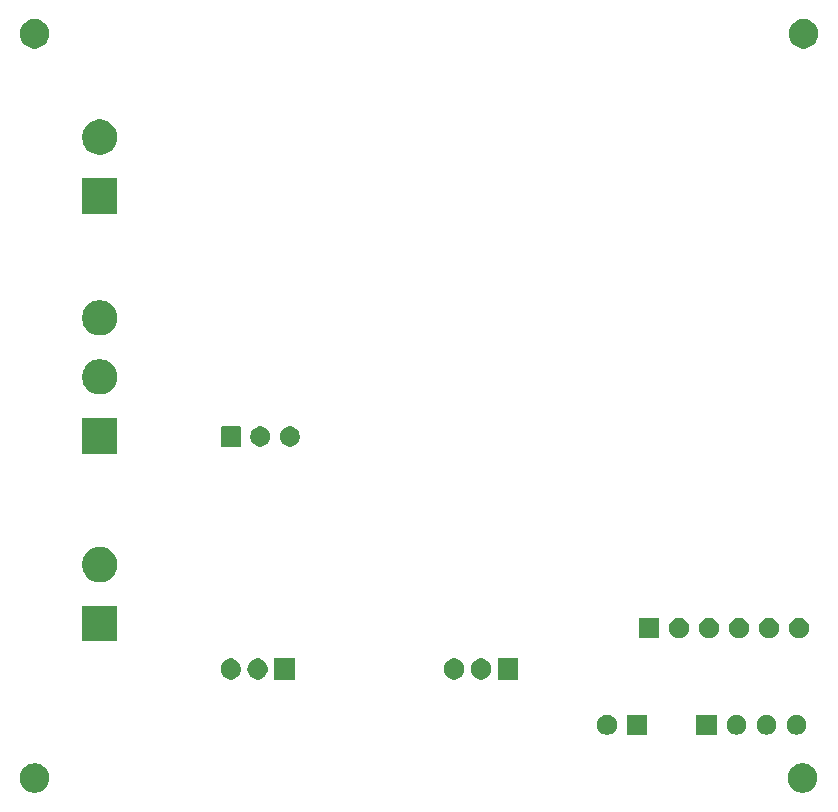
<source format=gbr>
%TF.GenerationSoftware,KiCad,Pcbnew,9.0.3*%
%TF.CreationDate,2025-07-27T16:10:42+12:00*%
%TF.ProjectId,ES-Speed-Box-Controller,45532d53-7065-4656-942d-426f782d436f,rev?*%
%TF.SameCoordinates,Original*%
%TF.FileFunction,Soldermask,Bot*%
%TF.FilePolarity,Negative*%
%FSLAX46Y46*%
G04 Gerber Fmt 4.6, Leading zero omitted, Abs format (unit mm)*
G04 Created by KiCad (PCBNEW 9.0.3) date 2025-07-27 16:10:42*
%MOMM*%
%LPD*%
G01*
G04 APERTURE LIST*
G04 APERTURE END LIST*
G36*
X62791807Y-94284538D02*
G01*
X62978354Y-94345151D01*
X63153123Y-94434200D01*
X63311810Y-94549493D01*
X63450507Y-94688190D01*
X63565800Y-94846877D01*
X63654849Y-95021646D01*
X63715462Y-95208193D01*
X63746147Y-95401926D01*
X63746147Y-95598074D01*
X63715462Y-95791807D01*
X63654849Y-95978354D01*
X63565800Y-96153123D01*
X63450507Y-96311810D01*
X63311810Y-96450507D01*
X63153123Y-96565800D01*
X62978354Y-96654849D01*
X62791807Y-96715462D01*
X62598074Y-96746147D01*
X62401926Y-96746147D01*
X62208193Y-96715462D01*
X62021646Y-96654849D01*
X61846877Y-96565800D01*
X61688190Y-96450507D01*
X61549493Y-96311810D01*
X61434200Y-96153123D01*
X61345151Y-95978354D01*
X61284538Y-95791807D01*
X61253853Y-95598074D01*
X61253853Y-95401926D01*
X61284538Y-95208193D01*
X61345151Y-95021646D01*
X61434200Y-94846877D01*
X61549493Y-94688190D01*
X61688190Y-94549493D01*
X61846877Y-94434200D01*
X62021646Y-94345151D01*
X62208193Y-94284538D01*
X62401926Y-94253853D01*
X62598074Y-94253853D01*
X62791807Y-94284538D01*
G37*
G36*
X127791807Y-94284538D02*
G01*
X127978354Y-94345151D01*
X128153123Y-94434200D01*
X128311810Y-94549493D01*
X128450507Y-94688190D01*
X128565800Y-94846877D01*
X128654849Y-95021646D01*
X128715462Y-95208193D01*
X128746147Y-95401926D01*
X128746147Y-95598074D01*
X128715462Y-95791807D01*
X128654849Y-95978354D01*
X128565800Y-96153123D01*
X128450507Y-96311810D01*
X128311810Y-96450507D01*
X128153123Y-96565800D01*
X127978354Y-96654849D01*
X127791807Y-96715462D01*
X127598074Y-96746147D01*
X127401926Y-96746147D01*
X127208193Y-96715462D01*
X127021646Y-96654849D01*
X126846877Y-96565800D01*
X126688190Y-96450507D01*
X126549493Y-96311810D01*
X126434200Y-96153123D01*
X126345151Y-95978354D01*
X126284538Y-95791807D01*
X126253853Y-95598074D01*
X126253853Y-95401926D01*
X126284538Y-95208193D01*
X126345151Y-95021646D01*
X126434200Y-94846877D01*
X126549493Y-94688190D01*
X126688190Y-94549493D01*
X126846877Y-94434200D01*
X127021646Y-94345151D01*
X127208193Y-94284538D01*
X127401926Y-94253853D01*
X127598074Y-94253853D01*
X127791807Y-94284538D01*
G37*
G36*
X114350000Y-91850000D02*
G01*
X112650000Y-91850000D01*
X112650000Y-90150000D01*
X114350000Y-90150000D01*
X114350000Y-91850000D01*
G37*
G36*
X120230000Y-91850000D02*
G01*
X118530000Y-91850000D01*
X118530000Y-90150000D01*
X120230000Y-90150000D01*
X120230000Y-91850000D01*
G37*
G36*
X111206742Y-90186601D02*
G01*
X111360687Y-90250367D01*
X111499234Y-90342941D01*
X111617059Y-90460766D01*
X111709633Y-90599313D01*
X111773399Y-90753258D01*
X111805907Y-90916685D01*
X111805907Y-91083315D01*
X111773399Y-91246742D01*
X111709633Y-91400687D01*
X111617059Y-91539234D01*
X111499234Y-91657059D01*
X111360687Y-91749633D01*
X111206742Y-91813399D01*
X111043315Y-91845907D01*
X110876685Y-91845907D01*
X110713258Y-91813399D01*
X110559313Y-91749633D01*
X110420766Y-91657059D01*
X110302941Y-91539234D01*
X110210367Y-91400687D01*
X110146601Y-91246742D01*
X110114093Y-91083315D01*
X110114093Y-90916685D01*
X110146601Y-90753258D01*
X110210367Y-90599313D01*
X110302941Y-90460766D01*
X110420766Y-90342941D01*
X110559313Y-90250367D01*
X110713258Y-90186601D01*
X110876685Y-90154093D01*
X111043315Y-90154093D01*
X111206742Y-90186601D01*
G37*
G36*
X122166742Y-90186601D02*
G01*
X122320687Y-90250367D01*
X122459234Y-90342941D01*
X122577059Y-90460766D01*
X122669633Y-90599313D01*
X122733399Y-90753258D01*
X122765907Y-90916685D01*
X122765907Y-91083315D01*
X122733399Y-91246742D01*
X122669633Y-91400687D01*
X122577059Y-91539234D01*
X122459234Y-91657059D01*
X122320687Y-91749633D01*
X122166742Y-91813399D01*
X122003315Y-91845907D01*
X121836685Y-91845907D01*
X121673258Y-91813399D01*
X121519313Y-91749633D01*
X121380766Y-91657059D01*
X121262941Y-91539234D01*
X121170367Y-91400687D01*
X121106601Y-91246742D01*
X121074093Y-91083315D01*
X121074093Y-90916685D01*
X121106601Y-90753258D01*
X121170367Y-90599313D01*
X121262941Y-90460766D01*
X121380766Y-90342941D01*
X121519313Y-90250367D01*
X121673258Y-90186601D01*
X121836685Y-90154093D01*
X122003315Y-90154093D01*
X122166742Y-90186601D01*
G37*
G36*
X124706741Y-90186601D02*
G01*
X124860686Y-90250367D01*
X124999233Y-90342941D01*
X125117058Y-90460766D01*
X125209632Y-90599313D01*
X125273398Y-90753258D01*
X125305906Y-90916685D01*
X125305906Y-91083315D01*
X125273398Y-91246742D01*
X125209632Y-91400687D01*
X125117058Y-91539234D01*
X124999233Y-91657059D01*
X124860686Y-91749633D01*
X124706741Y-91813399D01*
X124543314Y-91845907D01*
X124376684Y-91845907D01*
X124213257Y-91813399D01*
X124059312Y-91749633D01*
X123920765Y-91657059D01*
X123802940Y-91539234D01*
X123710366Y-91400687D01*
X123646600Y-91246742D01*
X123614092Y-91083315D01*
X123614092Y-90916685D01*
X123646600Y-90753258D01*
X123710366Y-90599313D01*
X123802940Y-90460766D01*
X123920765Y-90342941D01*
X124059312Y-90250367D01*
X124213257Y-90186601D01*
X124376684Y-90154093D01*
X124543314Y-90154093D01*
X124706741Y-90186601D01*
G37*
G36*
X127246742Y-90186601D02*
G01*
X127400687Y-90250367D01*
X127539234Y-90342941D01*
X127657059Y-90460766D01*
X127749633Y-90599313D01*
X127813399Y-90753258D01*
X127845907Y-90916685D01*
X127845907Y-91083315D01*
X127813399Y-91246742D01*
X127749633Y-91400687D01*
X127657059Y-91539234D01*
X127539234Y-91657059D01*
X127400687Y-91749633D01*
X127246742Y-91813399D01*
X127083315Y-91845907D01*
X126916685Y-91845907D01*
X126753258Y-91813399D01*
X126599313Y-91749633D01*
X126460766Y-91657059D01*
X126342941Y-91539234D01*
X126250367Y-91400687D01*
X126186601Y-91246742D01*
X126154093Y-91083315D01*
X126154093Y-90916685D01*
X126186601Y-90753258D01*
X126250367Y-90599313D01*
X126342941Y-90460766D01*
X126460766Y-90342941D01*
X126599313Y-90250367D01*
X126753258Y-90186601D01*
X126916685Y-90154093D01*
X127083315Y-90154093D01*
X127246742Y-90186601D01*
G37*
G36*
X84507499Y-87175002D02*
G01*
X82797499Y-87175002D01*
X82797499Y-85375002D01*
X84507499Y-85375002D01*
X84507499Y-87175002D01*
G37*
G36*
X103430000Y-87175002D02*
G01*
X101720000Y-87175002D01*
X101720000Y-85375002D01*
X103430000Y-85375002D01*
X103430000Y-87175002D01*
G37*
G36*
X79340692Y-85411818D02*
G01*
X79495543Y-85475959D01*
X79634905Y-85569078D01*
X79753423Y-85687596D01*
X79846542Y-85826958D01*
X79910683Y-85981809D01*
X79943382Y-86146197D01*
X79947499Y-86230002D01*
X79947499Y-86320002D01*
X79943382Y-86403807D01*
X79910683Y-86568195D01*
X79846542Y-86723046D01*
X79753423Y-86862408D01*
X79634905Y-86980926D01*
X79495543Y-87074045D01*
X79340692Y-87138186D01*
X79176304Y-87170885D01*
X79008694Y-87170885D01*
X78844306Y-87138186D01*
X78689455Y-87074045D01*
X78550093Y-86980926D01*
X78431575Y-86862408D01*
X78338456Y-86723046D01*
X78274315Y-86568195D01*
X78241616Y-86403807D01*
X78237499Y-86320002D01*
X78237499Y-86230002D01*
X78241616Y-86146197D01*
X78274315Y-85981809D01*
X78338456Y-85826958D01*
X78431575Y-85687596D01*
X78550093Y-85569078D01*
X78689455Y-85475959D01*
X78844306Y-85411818D01*
X79008694Y-85379119D01*
X79176304Y-85379119D01*
X79340692Y-85411818D01*
G37*
G36*
X81620693Y-85411818D02*
G01*
X81775544Y-85475959D01*
X81914906Y-85569078D01*
X82033424Y-85687596D01*
X82126543Y-85826958D01*
X82190684Y-85981809D01*
X82223383Y-86146197D01*
X82227500Y-86230002D01*
X82227500Y-86320002D01*
X82223383Y-86403807D01*
X82190684Y-86568195D01*
X82126543Y-86723046D01*
X82033424Y-86862408D01*
X81914906Y-86980926D01*
X81775544Y-87074045D01*
X81620693Y-87138186D01*
X81456305Y-87170885D01*
X81288695Y-87170885D01*
X81124307Y-87138186D01*
X80969456Y-87074045D01*
X80830094Y-86980926D01*
X80711576Y-86862408D01*
X80618457Y-86723046D01*
X80554316Y-86568195D01*
X80521617Y-86403807D01*
X80517500Y-86320002D01*
X80517500Y-86230002D01*
X80521617Y-86146197D01*
X80554316Y-85981809D01*
X80618457Y-85826958D01*
X80711576Y-85687596D01*
X80830094Y-85569078D01*
X80969456Y-85475959D01*
X81124307Y-85411818D01*
X81288695Y-85379119D01*
X81456305Y-85379119D01*
X81620693Y-85411818D01*
G37*
G36*
X98263193Y-85411818D02*
G01*
X98418044Y-85475959D01*
X98557406Y-85569078D01*
X98675924Y-85687596D01*
X98769043Y-85826958D01*
X98833184Y-85981809D01*
X98865883Y-86146197D01*
X98870000Y-86230002D01*
X98870000Y-86320002D01*
X98865883Y-86403807D01*
X98833184Y-86568195D01*
X98769043Y-86723046D01*
X98675924Y-86862408D01*
X98557406Y-86980926D01*
X98418044Y-87074045D01*
X98263193Y-87138186D01*
X98098805Y-87170885D01*
X97931195Y-87170885D01*
X97766807Y-87138186D01*
X97611956Y-87074045D01*
X97472594Y-86980926D01*
X97354076Y-86862408D01*
X97260957Y-86723046D01*
X97196816Y-86568195D01*
X97164117Y-86403807D01*
X97160000Y-86320002D01*
X97160000Y-86230002D01*
X97164117Y-86146197D01*
X97196816Y-85981809D01*
X97260957Y-85826958D01*
X97354076Y-85687596D01*
X97472594Y-85569078D01*
X97611956Y-85475959D01*
X97766807Y-85411818D01*
X97931195Y-85379119D01*
X98098805Y-85379119D01*
X98263193Y-85411818D01*
G37*
G36*
X100543194Y-85411818D02*
G01*
X100698045Y-85475959D01*
X100837407Y-85569078D01*
X100955925Y-85687596D01*
X101049044Y-85826958D01*
X101113185Y-85981809D01*
X101145884Y-86146197D01*
X101150001Y-86230002D01*
X101150001Y-86320002D01*
X101145884Y-86403807D01*
X101113185Y-86568195D01*
X101049044Y-86723046D01*
X100955925Y-86862408D01*
X100837407Y-86980926D01*
X100698045Y-87074045D01*
X100543194Y-87138186D01*
X100378806Y-87170885D01*
X100211196Y-87170885D01*
X100046808Y-87138186D01*
X99891957Y-87074045D01*
X99752595Y-86980926D01*
X99634077Y-86862408D01*
X99540958Y-86723046D01*
X99476817Y-86568195D01*
X99444118Y-86403807D01*
X99440001Y-86320002D01*
X99440001Y-86230002D01*
X99444118Y-86146197D01*
X99476817Y-85981809D01*
X99540958Y-85826958D01*
X99634077Y-85687596D01*
X99752595Y-85569078D01*
X99891957Y-85475959D01*
X100046808Y-85411818D01*
X100211196Y-85379119D01*
X100378806Y-85379119D01*
X100543194Y-85411818D01*
G37*
G36*
X69507500Y-83937501D02*
G01*
X66507500Y-83937501D01*
X66507500Y-80937501D01*
X69507500Y-80937501D01*
X69507500Y-83937501D01*
G37*
G36*
X115365000Y-83650000D02*
G01*
X113665000Y-83650000D01*
X113665000Y-81950000D01*
X115365000Y-81950000D01*
X115365000Y-83650000D01*
G37*
G36*
X117301742Y-81986601D02*
G01*
X117455687Y-82050367D01*
X117594234Y-82142941D01*
X117712059Y-82260766D01*
X117804633Y-82399313D01*
X117868399Y-82553258D01*
X117900907Y-82716685D01*
X117900907Y-82883315D01*
X117868399Y-83046742D01*
X117804633Y-83200687D01*
X117712059Y-83339234D01*
X117594234Y-83457059D01*
X117455687Y-83549633D01*
X117301742Y-83613399D01*
X117138315Y-83645907D01*
X116971685Y-83645907D01*
X116808258Y-83613399D01*
X116654313Y-83549633D01*
X116515766Y-83457059D01*
X116397941Y-83339234D01*
X116305367Y-83200687D01*
X116241601Y-83046742D01*
X116209093Y-82883315D01*
X116209093Y-82716685D01*
X116241601Y-82553258D01*
X116305367Y-82399313D01*
X116397941Y-82260766D01*
X116515766Y-82142941D01*
X116654313Y-82050367D01*
X116808258Y-81986601D01*
X116971685Y-81954093D01*
X117138315Y-81954093D01*
X117301742Y-81986601D01*
G37*
G36*
X119841742Y-81986601D02*
G01*
X119995687Y-82050367D01*
X120134234Y-82142941D01*
X120252059Y-82260766D01*
X120344633Y-82399313D01*
X120408399Y-82553258D01*
X120440907Y-82716685D01*
X120440907Y-82883315D01*
X120408399Y-83046742D01*
X120344633Y-83200687D01*
X120252059Y-83339234D01*
X120134234Y-83457059D01*
X119995687Y-83549633D01*
X119841742Y-83613399D01*
X119678315Y-83645907D01*
X119511685Y-83645907D01*
X119348258Y-83613399D01*
X119194313Y-83549633D01*
X119055766Y-83457059D01*
X118937941Y-83339234D01*
X118845367Y-83200687D01*
X118781601Y-83046742D01*
X118749093Y-82883315D01*
X118749093Y-82716685D01*
X118781601Y-82553258D01*
X118845367Y-82399313D01*
X118937941Y-82260766D01*
X119055766Y-82142941D01*
X119194313Y-82050367D01*
X119348258Y-81986601D01*
X119511685Y-81954093D01*
X119678315Y-81954093D01*
X119841742Y-81986601D01*
G37*
G36*
X122381742Y-81986601D02*
G01*
X122535687Y-82050367D01*
X122674234Y-82142941D01*
X122792059Y-82260766D01*
X122884633Y-82399313D01*
X122948399Y-82553258D01*
X122980907Y-82716685D01*
X122980907Y-82883315D01*
X122948399Y-83046742D01*
X122884633Y-83200687D01*
X122792059Y-83339234D01*
X122674234Y-83457059D01*
X122535687Y-83549633D01*
X122381742Y-83613399D01*
X122218315Y-83645907D01*
X122051685Y-83645907D01*
X121888258Y-83613399D01*
X121734313Y-83549633D01*
X121595766Y-83457059D01*
X121477941Y-83339234D01*
X121385367Y-83200687D01*
X121321601Y-83046742D01*
X121289093Y-82883315D01*
X121289093Y-82716685D01*
X121321601Y-82553258D01*
X121385367Y-82399313D01*
X121477941Y-82260766D01*
X121595766Y-82142941D01*
X121734313Y-82050367D01*
X121888258Y-81986601D01*
X122051685Y-81954093D01*
X122218315Y-81954093D01*
X122381742Y-81986601D01*
G37*
G36*
X124921742Y-81986601D02*
G01*
X125075687Y-82050367D01*
X125214234Y-82142941D01*
X125332059Y-82260766D01*
X125424633Y-82399313D01*
X125488399Y-82553258D01*
X125520907Y-82716685D01*
X125520907Y-82883315D01*
X125488399Y-83046742D01*
X125424633Y-83200687D01*
X125332059Y-83339234D01*
X125214234Y-83457059D01*
X125075687Y-83549633D01*
X124921742Y-83613399D01*
X124758315Y-83645907D01*
X124591685Y-83645907D01*
X124428258Y-83613399D01*
X124274313Y-83549633D01*
X124135766Y-83457059D01*
X124017941Y-83339234D01*
X123925367Y-83200687D01*
X123861601Y-83046742D01*
X123829093Y-82883315D01*
X123829093Y-82716685D01*
X123861601Y-82553258D01*
X123925367Y-82399313D01*
X124017941Y-82260766D01*
X124135766Y-82142941D01*
X124274313Y-82050367D01*
X124428258Y-81986601D01*
X124591685Y-81954093D01*
X124758315Y-81954093D01*
X124921742Y-81986601D01*
G37*
G36*
X127461742Y-81986601D02*
G01*
X127615687Y-82050367D01*
X127754234Y-82142941D01*
X127872059Y-82260766D01*
X127964633Y-82399313D01*
X128028399Y-82553258D01*
X128060907Y-82716685D01*
X128060907Y-82883315D01*
X128028399Y-83046742D01*
X127964633Y-83200687D01*
X127872059Y-83339234D01*
X127754234Y-83457059D01*
X127615687Y-83549633D01*
X127461742Y-83613399D01*
X127298315Y-83645907D01*
X127131685Y-83645907D01*
X126968258Y-83613399D01*
X126814313Y-83549633D01*
X126675766Y-83457059D01*
X126557941Y-83339234D01*
X126465367Y-83200687D01*
X126401601Y-83046742D01*
X126369093Y-82883315D01*
X126369093Y-82716685D01*
X126401601Y-82553258D01*
X126465367Y-82399313D01*
X126557941Y-82260766D01*
X126675766Y-82142941D01*
X126814313Y-82050367D01*
X126968258Y-81986601D01*
X127131685Y-81954093D01*
X127298315Y-81954093D01*
X127461742Y-81986601D01*
G37*
G36*
X68357668Y-75978946D02*
G01*
X68581525Y-76051682D01*
X68791248Y-76158541D01*
X68981672Y-76296892D01*
X69148109Y-76463329D01*
X69286460Y-76653753D01*
X69393319Y-76863476D01*
X69466055Y-77087333D01*
X69502876Y-77319812D01*
X69502876Y-77555190D01*
X69466055Y-77787669D01*
X69393319Y-78011526D01*
X69286460Y-78221249D01*
X69148109Y-78411673D01*
X68981672Y-78578110D01*
X68791248Y-78716461D01*
X68581525Y-78823320D01*
X68357668Y-78896056D01*
X68125189Y-78932877D01*
X67889811Y-78932877D01*
X67657332Y-78896056D01*
X67433475Y-78823320D01*
X67223752Y-78716461D01*
X67033328Y-78578110D01*
X66866891Y-78411673D01*
X66728540Y-78221249D01*
X66621681Y-78011526D01*
X66548945Y-77787669D01*
X66512124Y-77555190D01*
X66512124Y-77319812D01*
X66548945Y-77087333D01*
X66621681Y-76863476D01*
X66728540Y-76653753D01*
X66866891Y-76463329D01*
X67033328Y-76296892D01*
X67223752Y-76158541D01*
X67433475Y-76051682D01*
X67657332Y-75978946D01*
X67889811Y-75942125D01*
X68125189Y-75942125D01*
X68357668Y-75978946D01*
G37*
G36*
X69507500Y-68037500D02*
G01*
X66507500Y-68037500D01*
X66507500Y-65037500D01*
X69507500Y-65037500D01*
X69507500Y-68037500D01*
G37*
G36*
X79893034Y-65746057D02*
G01*
X79926125Y-65768168D01*
X79948236Y-65801259D01*
X79956000Y-65840293D01*
X79956000Y-67348293D01*
X79948236Y-67387327D01*
X79926125Y-67420418D01*
X79893034Y-67442529D01*
X79854000Y-67450293D01*
X78346000Y-67450293D01*
X78306966Y-67442529D01*
X78273875Y-67420418D01*
X78251764Y-67387327D01*
X78244000Y-67348293D01*
X78244000Y-65840293D01*
X78251764Y-65801259D01*
X78273875Y-65768168D01*
X78306966Y-65746057D01*
X78346000Y-65738293D01*
X79854000Y-65738293D01*
X79893034Y-65746057D01*
G37*
G36*
X81848484Y-65775152D02*
G01*
X82003516Y-65839368D01*
X82143041Y-65932596D01*
X82261697Y-66051252D01*
X82354925Y-66190777D01*
X82419141Y-66345809D01*
X82451878Y-66510390D01*
X82451878Y-66678196D01*
X82419141Y-66842777D01*
X82354925Y-66997809D01*
X82261697Y-67137334D01*
X82143041Y-67255990D01*
X82003516Y-67349218D01*
X81848484Y-67413434D01*
X81683903Y-67446171D01*
X81516097Y-67446171D01*
X81351516Y-67413434D01*
X81196484Y-67349218D01*
X81056959Y-67255990D01*
X80938303Y-67137334D01*
X80845075Y-66997809D01*
X80780859Y-66842777D01*
X80748122Y-66678196D01*
X80748122Y-66510390D01*
X80780859Y-66345809D01*
X80845075Y-66190777D01*
X80938303Y-66051252D01*
X81056959Y-65932596D01*
X81196484Y-65839368D01*
X81351516Y-65775152D01*
X81516097Y-65742415D01*
X81683903Y-65742415D01*
X81848484Y-65775152D01*
G37*
G36*
X84348484Y-65775152D02*
G01*
X84503516Y-65839368D01*
X84643041Y-65932596D01*
X84761697Y-66051252D01*
X84854925Y-66190777D01*
X84919141Y-66345809D01*
X84951878Y-66510390D01*
X84951878Y-66678196D01*
X84919141Y-66842777D01*
X84854925Y-66997809D01*
X84761697Y-67137334D01*
X84643041Y-67255990D01*
X84503516Y-67349218D01*
X84348484Y-67413434D01*
X84183903Y-67446171D01*
X84016097Y-67446171D01*
X83851516Y-67413434D01*
X83696484Y-67349218D01*
X83556959Y-67255990D01*
X83438303Y-67137334D01*
X83345075Y-66997809D01*
X83280859Y-66842777D01*
X83248122Y-66678196D01*
X83248122Y-66510390D01*
X83280859Y-66345809D01*
X83345075Y-66190777D01*
X83438303Y-66051252D01*
X83556959Y-65932596D01*
X83696484Y-65839368D01*
X83851516Y-65775152D01*
X84016097Y-65742415D01*
X84183903Y-65742415D01*
X84348484Y-65775152D01*
G37*
G36*
X68357668Y-60078945D02*
G01*
X68581525Y-60151681D01*
X68791248Y-60258540D01*
X68981672Y-60396891D01*
X69148109Y-60563328D01*
X69286460Y-60753752D01*
X69393319Y-60963475D01*
X69466055Y-61187332D01*
X69502876Y-61419811D01*
X69502876Y-61655189D01*
X69466055Y-61887668D01*
X69393319Y-62111525D01*
X69286460Y-62321248D01*
X69148109Y-62511672D01*
X68981672Y-62678109D01*
X68791248Y-62816460D01*
X68581525Y-62923319D01*
X68357668Y-62996055D01*
X68125189Y-63032876D01*
X67889811Y-63032876D01*
X67657332Y-62996055D01*
X67433475Y-62923319D01*
X67223752Y-62816460D01*
X67033328Y-62678109D01*
X66866891Y-62511672D01*
X66728540Y-62321248D01*
X66621681Y-62111525D01*
X66548945Y-61887668D01*
X66512124Y-61655189D01*
X66512124Y-61419811D01*
X66548945Y-61187332D01*
X66621681Y-60963475D01*
X66728540Y-60753752D01*
X66866891Y-60563328D01*
X67033328Y-60396891D01*
X67223752Y-60258540D01*
X67433475Y-60151681D01*
X67657332Y-60078945D01*
X67889811Y-60042124D01*
X68125189Y-60042124D01*
X68357668Y-60078945D01*
G37*
G36*
X68357668Y-55078945D02*
G01*
X68581525Y-55151681D01*
X68791248Y-55258540D01*
X68981672Y-55396891D01*
X69148109Y-55563328D01*
X69286460Y-55753752D01*
X69393319Y-55963475D01*
X69466055Y-56187332D01*
X69502876Y-56419811D01*
X69502876Y-56655189D01*
X69466055Y-56887668D01*
X69393319Y-57111525D01*
X69286460Y-57321248D01*
X69148109Y-57511672D01*
X68981672Y-57678109D01*
X68791248Y-57816460D01*
X68581525Y-57923319D01*
X68357668Y-57996055D01*
X68125189Y-58032876D01*
X67889811Y-58032876D01*
X67657332Y-57996055D01*
X67433475Y-57923319D01*
X67223752Y-57816460D01*
X67033328Y-57678109D01*
X66866891Y-57511672D01*
X66728540Y-57321248D01*
X66621681Y-57111525D01*
X66548945Y-56887668D01*
X66512124Y-56655189D01*
X66512124Y-56419811D01*
X66548945Y-56187332D01*
X66621681Y-55963475D01*
X66728540Y-55753752D01*
X66866891Y-55563328D01*
X67033328Y-55396891D01*
X67223752Y-55258540D01*
X67433475Y-55151681D01*
X67657332Y-55078945D01*
X67889811Y-55042124D01*
X68125189Y-55042124D01*
X68357668Y-55078945D01*
G37*
G36*
X69507500Y-47737500D02*
G01*
X66507500Y-47737500D01*
X66507500Y-44737500D01*
X69507500Y-44737500D01*
X69507500Y-47737500D01*
G37*
G36*
X68357668Y-39778945D02*
G01*
X68581525Y-39851681D01*
X68791248Y-39958540D01*
X68981672Y-40096891D01*
X69148109Y-40263328D01*
X69286460Y-40453752D01*
X69393319Y-40663475D01*
X69466055Y-40887332D01*
X69502876Y-41119811D01*
X69502876Y-41355189D01*
X69466055Y-41587668D01*
X69393319Y-41811525D01*
X69286460Y-42021248D01*
X69148109Y-42211672D01*
X68981672Y-42378109D01*
X68791248Y-42516460D01*
X68581525Y-42623319D01*
X68357668Y-42696055D01*
X68125189Y-42732876D01*
X67889811Y-42732876D01*
X67657332Y-42696055D01*
X67433475Y-42623319D01*
X67223752Y-42516460D01*
X67033328Y-42378109D01*
X66866891Y-42211672D01*
X66728540Y-42021248D01*
X66621681Y-41811525D01*
X66548945Y-41587668D01*
X66512124Y-41355189D01*
X66512124Y-41119811D01*
X66548945Y-40887332D01*
X66621681Y-40663475D01*
X66728540Y-40453752D01*
X66866891Y-40263328D01*
X67033328Y-40096891D01*
X67223752Y-39958540D01*
X67433475Y-39851681D01*
X67657332Y-39778945D01*
X67889811Y-39742124D01*
X68125189Y-39742124D01*
X68357668Y-39778945D01*
G37*
G36*
X62791807Y-31284538D02*
G01*
X62978354Y-31345151D01*
X63153123Y-31434200D01*
X63311810Y-31549493D01*
X63450507Y-31688190D01*
X63565800Y-31846877D01*
X63654849Y-32021646D01*
X63715462Y-32208193D01*
X63746147Y-32401926D01*
X63746147Y-32598074D01*
X63715462Y-32791807D01*
X63654849Y-32978354D01*
X63565800Y-33153123D01*
X63450507Y-33311810D01*
X63311810Y-33450507D01*
X63153123Y-33565800D01*
X62978354Y-33654849D01*
X62791807Y-33715462D01*
X62598074Y-33746147D01*
X62401926Y-33746147D01*
X62208193Y-33715462D01*
X62021646Y-33654849D01*
X61846877Y-33565800D01*
X61688190Y-33450507D01*
X61549493Y-33311810D01*
X61434200Y-33153123D01*
X61345151Y-32978354D01*
X61284538Y-32791807D01*
X61253853Y-32598074D01*
X61253853Y-32401926D01*
X61284538Y-32208193D01*
X61345151Y-32021646D01*
X61434200Y-31846877D01*
X61549493Y-31688190D01*
X61688190Y-31549493D01*
X61846877Y-31434200D01*
X62021646Y-31345151D01*
X62208193Y-31284538D01*
X62401926Y-31253853D01*
X62598074Y-31253853D01*
X62791807Y-31284538D01*
G37*
G36*
X127891807Y-31284538D02*
G01*
X128078354Y-31345151D01*
X128253123Y-31434200D01*
X128411810Y-31549493D01*
X128550507Y-31688190D01*
X128665800Y-31846877D01*
X128754849Y-32021646D01*
X128815462Y-32208193D01*
X128846147Y-32401926D01*
X128846147Y-32598074D01*
X128815462Y-32791807D01*
X128754849Y-32978354D01*
X128665800Y-33153123D01*
X128550507Y-33311810D01*
X128411810Y-33450507D01*
X128253123Y-33565800D01*
X128078354Y-33654849D01*
X127891807Y-33715462D01*
X127698074Y-33746147D01*
X127501926Y-33746147D01*
X127308193Y-33715462D01*
X127121646Y-33654849D01*
X126946877Y-33565800D01*
X126788190Y-33450507D01*
X126649493Y-33311810D01*
X126534200Y-33153123D01*
X126445151Y-32978354D01*
X126384538Y-32791807D01*
X126353853Y-32598074D01*
X126353853Y-32401926D01*
X126384538Y-32208193D01*
X126445151Y-32021646D01*
X126534200Y-31846877D01*
X126649493Y-31688190D01*
X126788190Y-31549493D01*
X126946877Y-31434200D01*
X127121646Y-31345151D01*
X127308193Y-31284538D01*
X127501926Y-31253853D01*
X127698074Y-31253853D01*
X127891807Y-31284538D01*
G37*
M02*

</source>
